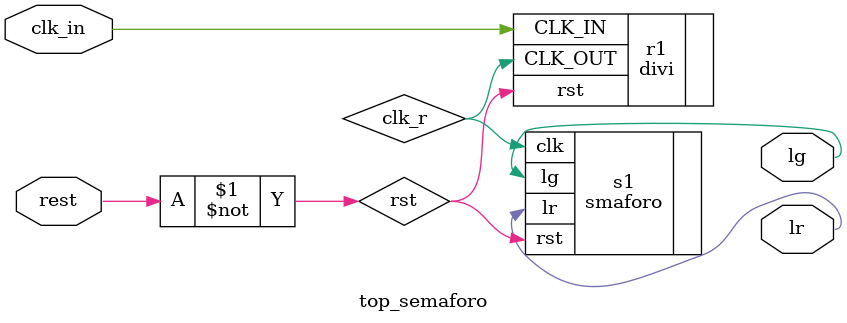
<source format=v>
module top_semaforo(clk_in, rest, lr, lg);

input clk_in, rest;
output lr, lg;

wire clk_r, rst;
assign rst = ~rest;

divi r1(
.CLK_OUT(clk_r),
.rst(rst),
.CLK_IN(clk_in)
);

smaforo s1(
.clk(clk_r),
.rst(rst),
.lr(lr),
.lg(lg)
);
endmodule
</source>
